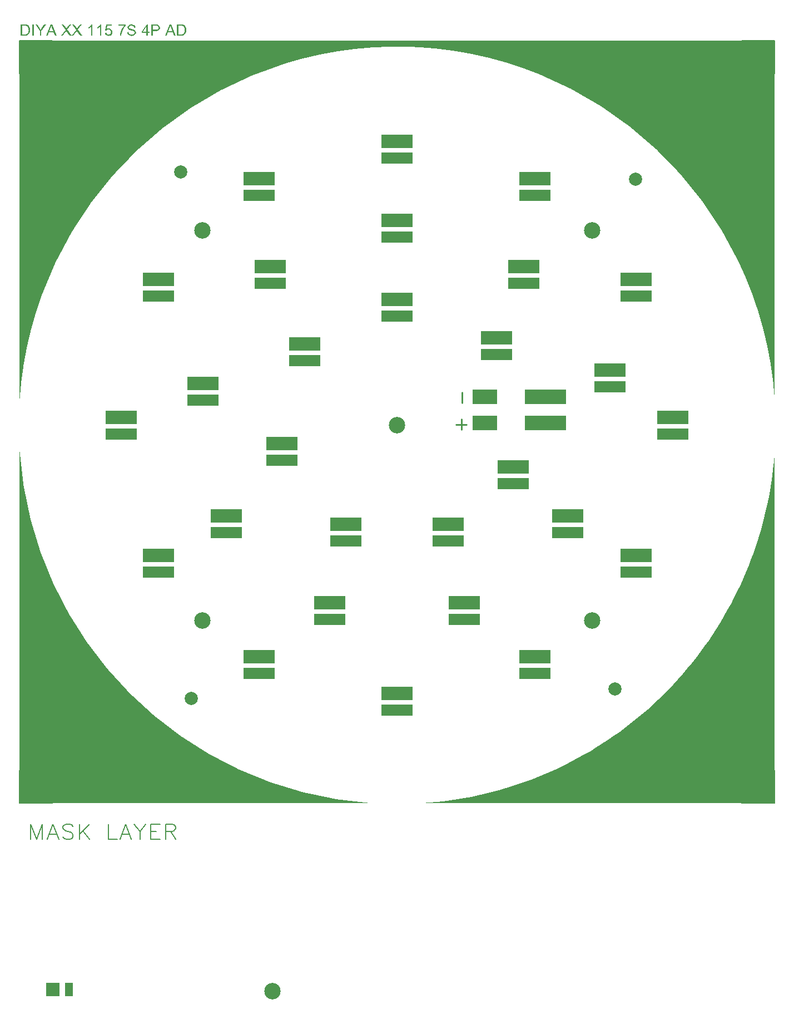
<source format=gbr>
G04 CAM350 V10.2.0 (Build 386) Date:  Sat Feb 01 15:25:49 2025 *
G04 Database: c:\users\comp1\desktop\ajinkya_\gerber data\round 115\round_pcb1.cam *
G04 Layer 36: mask *
%FSLAX24Y24*%
%MOIN*%
%SFA1.000B1.000*%

%MIA0B0*%
%IPPOS*%
%ADD15C,0.00790*%
%ADD24C,0.09843*%
%ADD27C,0.00984*%
%ADD31C,0.07874*%
%ADD403R,0.04724X0.08465*%
%ADD404R,0.08346X0.08465*%
%ADD417R,0.18701X0.06890*%
%ADD418R,0.18701X0.08071*%
%ADD422R,0.24606X0.08858*%
%ADD423R,0.14764X0.08858*%
%ADD433C,0.05512*%
%LNmask*%
%LPD*%
G36*
X-21862Y23338D02*
G01Y24020D01*
X-21772*
Y23338*
X-21862*
G37*
G36*
X-17986Y23771D02*
G01Y23851D01*
X-17959Y23866*
X-17929Y23886*
X-17899Y23908*
X-17870Y23933*
X-17843Y23957*
X-17820Y23981*
X-17801Y24004*
X-17789Y24022*
X-17735*
Y23338*
X-17819*
Y23871*
X-17853Y23845*
X-17900Y23815*
X-17948Y23788*
X-17986Y23771*
G37*
G36*
X-18516D02*
G01Y23851D01*
X-18488Y23866*
X-18458Y23886*
X-18428Y23908*
X-18399Y23933*
X-18372Y23957*
X-18349Y23981*
X-18331Y24004*
X-18319Y24022*
X-18265*
Y23338*
X-18348*
Y23871*
X-18382Y23845*
X-18429Y23815*
X-18477Y23788*
X-18516Y23771*
G37*
G36*
X-16722Y23930D02*
G01Y24011D01*
X-16281*
Y23946*
X-16308Y23912*
X-16339Y23868*
X-16373Y23814*
X-16406Y23755*
X-16439Y23693*
X-16468Y23633*
X-16492Y23576*
X-16509Y23526*
X-16520Y23482*
X-16529Y23436*
X-16536Y23388*
X-16541Y23338*
X-16627*
X-16625Y23362*
X-16621Y23391*
X-16604Y23464*
X-16578Y23549*
X-16545Y23641*
X-16506Y23731*
X-16465Y23813*
X-16424Y23882*
X-16406Y23909*
X-16389Y23930*
X-16722*
G37*
G36*
X-17521Y23517D02*
G01X-17433Y23524D01*
X-17427Y23500*
X-17416Y23477*
X-17401Y23455*
X-17383Y23436*
X-17364Y23419*
X-17343Y23407*
X-17322Y23398*
X-17302Y23396*
X-17279Y23399*
X-17255Y23411*
X-17231Y23428*
X-17208Y23450*
X-17188Y23476*
X-17173Y23504*
X-17162Y23533*
X-17158Y23562*
X-17162Y23589*
X-17172Y23616*
X-17188Y23642*
X-17207Y23666*
X-17229Y23686*
X-17254Y23702*
X-17279Y23712*
X-17304Y23716*
X-17320Y23714*
X-17338Y23710*
X-17374Y23694*
X-17406Y23673*
X-17419Y23661*
X-17428Y23650*
X-17506Y23660*
X-17440Y24010*
X-17102*
Y23930*
X-17374*
X-17410Y23747*
X-17379Y23766*
X-17363Y23773*
X-17347Y23779*
X-17331Y23784*
X-17315Y23787*
X-17298Y23789*
X-17282Y23790*
X-17265Y23789*
X-17247Y23784*
X-17229Y23778*
X-17211Y23769*
X-17176Y23746*
X-17142Y23716*
X-17113Y23682*
X-17090Y23645*
X-17082Y23626*
X-17075Y23607*
X-17071Y23588*
X-17070Y23569*
X-17071Y23546*
X-17073Y23525*
X-17077Y23503*
X-17083Y23483*
X-17091Y23463*
X-17100Y23445*
X-17111Y23427*
X-17124Y23410*
X-17141Y23390*
X-17159Y23373*
X-17180Y23359*
X-17201Y23348*
X-17224Y23338*
X-17249Y23332*
X-17275Y23328*
X-17302Y23327*
X-17320Y23328*
X-17338Y23332*
X-17375Y23344*
X-17410Y23364*
X-17444Y23390*
X-17473Y23419*
X-17497Y23451*
X-17513Y23484*
X-17519Y23501*
X-17521Y23517*
G37*
G36*
X-15327Y23501D02*
G01Y23578D01*
X-15016Y24020*
X-14948*
Y23578*
X-14856*
Y23501*
X-14948*
Y23338*
X-15031*
Y23501*
X-15327*
G37*
G36*
X-14736Y23338D02*
G01Y24020D01*
X-14480*
X-14420Y24018*
X-14396Y24016*
X-14376Y24013*
X-14350Y24005*
X-14322Y23990*
X-14295Y23969*
X-14269Y23943*
X-14248Y23913*
X-14231Y23881*
X-14220Y23850*
X-14217Y23822*
X-14218Y23806*
X-14222Y23789*
X-14228Y23771*
X-14236Y23753*
X-14259Y23719*
X-14274Y23702*
X-14290Y23686*
X-14308Y23671*
X-14328Y23658*
X-14349Y23646*
X-14371Y23635*
X-14395Y23627*
X-14419Y23621*
X-14445Y23617*
X-14472Y23615*
X-14646*
Y23338*
X-14736*
G37*
G36*
X-16195Y23557D02*
G01X-16110Y23565D01*
X-16104Y23538*
X-16090Y23510*
X-16069Y23483*
X-16042Y23459*
X-16010Y23438*
X-15975Y23422*
X-15941Y23411*
X-15909Y23408*
X-15881Y23410*
X-15851Y23418*
X-15822Y23431*
X-15794Y23447*
X-15772Y23466*
X-15754Y23486*
X-15744Y23506*
X-15740Y23523*
X-15742Y23536*
X-15747Y23550*
X-15754Y23563*
X-15764Y23577*
X-15776Y23590*
X-15789Y23602*
X-15804Y23612*
X-15820Y23620*
X-15866Y23633*
X-15943Y23654*
X-16021Y23676*
X-16052Y23687*
X-16073Y23695*
X-16091Y23707*
X-16108Y23723*
X-16125Y23741*
X-16139Y23761*
X-16152Y23783*
X-16161Y23804*
X-16167Y23824*
X-16169Y23843*
X-16168Y23857*
X-16164Y23872*
X-16157Y23888*
X-16148Y23904*
X-16137Y23921*
X-16123Y23937*
X-16090Y23968*
X-16051Y23994*
X-16009Y24014*
X-15967Y24027*
X-15948Y24030*
X-15929Y24031*
X-15910Y24030*
X-15889Y24026*
X-15867Y24021*
X-15844Y24013*
X-15800Y23992*
X-15779Y23979*
X-15759Y23964*
X-15741Y23948*
X-15725Y23931*
X-15710Y23914*
X-15698Y23896*
X-15688Y23878*
X-15680Y23860*
X-15676Y23843*
X-15674Y23828*
X-15760Y23821*
X-15766Y23845*
X-15778Y23869*
X-15795Y23891*
X-15816Y23911*
X-15841Y23927*
X-15868Y23940*
X-15896Y23949*
X-15926Y23952*
X-15956Y23949*
X-15985Y23942*
X-16011Y23930*
X-16035Y23916*
X-16055Y23900*
X-16069Y23883*
X-16079Y23866*
X-16082Y23850*
X-16081Y23832*
X-16076Y23816*
X-16068Y23802*
X-16056Y23789*
X-16038Y23779*
X-16006Y23767*
X-15918Y23741*
X-15828Y23716*
X-15769Y23697*
X-15747Y23684*
X-15726Y23667*
X-15707Y23647*
X-15689Y23624*
X-15674Y23600*
X-15663Y23576*
X-15656Y23552*
X-15653Y23531*
X-15655Y23516*
X-15659Y23500*
X-15666Y23483*
X-15676Y23466*
X-15688Y23448*
X-15702Y23430*
X-15737Y23397*
X-15778Y23368*
X-15822Y23346*
X-15844Y23338*
X-15865Y23332*
X-15886Y23328*
X-15905Y23327*
X-15929Y23328*
X-15954Y23332*
X-15979Y23338*
X-16005Y23347*
X-16030Y23357*
X-16055Y23370*
X-16078Y23385*
X-16100Y23402*
X-16121Y23420*
X-16139Y23439*
X-16155Y23459*
X-16169Y23479*
X-16180Y23500*
X-16188Y23520*
X-16193Y23539*
X-16195Y23557*
G37*
G36*
X-13203Y23338D02*
G01Y24020D01*
X-12968*
X-12931Y24019*
X-12898Y24017*
X-12870Y24014*
X-12847Y24010*
X-12819Y24002*
X-12793Y23991*
X-12769Y23977*
X-12747Y23961*
X-12727Y23940*
X-12708Y23911*
X-12690Y23877*
X-12673Y23839*
X-12660Y23799*
X-12649Y23758*
X-12642Y23719*
X-12640Y23683*
X-12642Y23651*
X-12648Y23617*
X-12657Y23582*
X-12669Y23548*
X-12685Y23514*
X-12702Y23483*
X-12722Y23455*
X-12744Y23430*
X-12768Y23407*
X-12794Y23389*
X-12821Y23373*
X-12848Y23360*
X-12877Y23350*
X-12905Y23344*
X-12932Y23339*
X-12957Y23338*
X-13203*
G37*
G36*
X-22564D02*
G01Y24020D01*
X-22330*
X-22293Y24019*
X-22260Y24017*
X-22232Y24014*
X-22209Y24010*
X-22181Y24002*
X-22154Y23991*
X-22131Y23977*
X-22109Y23961*
X-22089Y23940*
X-22069Y23911*
X-22051Y23877*
X-22035Y23839*
X-22021Y23799*
X-22011Y23758*
X-22004Y23719*
X-22001Y23683*
X-22004Y23651*
X-22009Y23617*
X-22019Y23582*
X-22031Y23548*
X-22046Y23514*
X-22064Y23483*
X-22084Y23455*
X-22105Y23430*
X-22130Y23407*
X-22155Y23389*
X-22182Y23373*
X-22210Y23360*
X-22239Y23350*
X-22267Y23344*
X-22294Y23339*
X-22319Y23338*
X-22564*
G37*
G36*
X-21684Y24020D02*
G01X-21574D01*
X-21440Y23814*
X-21404Y23757*
X-21370Y23699*
X-21337Y23756*
X-21296Y23819*
X-21164Y24020*
X-21059*
X-21331Y23627*
Y23338*
X-21421*
Y23627*
X-21684Y24020*
G37*
G36*
X-19514Y23338D02*
G01X-19251Y23693D01*
X-19483Y24020*
X-19375*
X-19252Y23845*
X-19219Y23797*
X-19197Y23761*
X-19172Y23799*
X-19143Y23839*
X-19006Y24020*
X-18908*
X-19147Y23699*
X-18890Y23338*
X-19001*
X-19173Y23581*
X-19202Y23627*
X-19235Y23576*
X-19406Y23338*
X-19514*
G37*
G36*
X-20149D02*
G01X-19885Y23693D01*
X-20117Y24020*
X-20010*
X-19887Y23845*
X-19854Y23797*
X-19832Y23761*
X-19807Y23799*
X-19778Y23839*
X-19641Y24020*
X-19543*
X-19782Y23699*
X-19524Y23338*
X-19636*
X-19807Y23581*
X-19837Y23627*
X-19869Y23576*
X-20040Y23338*
X-20149*
G37*
G36*
X-13912D02*
G01X-13651Y24020D01*
X-13554*
X-13275Y23338*
X-13378*
X-13457Y23545*
X-13742*
X-13817Y23338*
X-13912*
G37*
G36*
X-21053D02*
G01X-20792Y24020D01*
X-20694*
X-20416Y23338*
X-20518*
X-20598Y23545*
X-20883*
X-20957Y23338*
X-21053*
G37*
G36*
X1494Y-22638D02*
G01X1918Y-22606D01*
X2342Y-22566*
X2766Y-22518*
X3188Y-22462*
X3609Y-22398*
X4029Y-22326*
X4448Y-22247*
X4865Y-22159*
X5280Y-22064*
X5693Y-21961*
X6105Y-21850*
X6514Y-21732*
X6921Y-21606*
X7325Y-21472*
X7727Y-21331*
X8126Y-21182*
X8523Y-21025*
X8916Y-20862*
X9306Y-20691*
X9693Y-20512*
X10076Y-20326*
X10456Y-20134*
X10833Y-19934*
X11205Y-19727*
X11573Y-19513*
X11938Y-19292*
X12298Y-19065*
X12654Y-18830*
X13005Y-18589*
X13352Y-18342*
X13694Y-18088*
X14031Y-17828*
X14363Y-17561*
X14691Y-17288*
X15013Y-17009*
X15329Y-16725*
X15641Y-16434*
X15947Y-16137*
X16247Y-15835*
X16541Y-15527*
X16830Y-15214*
X17113Y-14895*
X17389Y-14571*
X17660Y-14242*
X17924Y-13908*
X18182Y-13569*
X18434Y-13225*
X18679Y-12877*
X18917Y-12524*
X19149Y-12166*
X19374Y-11804*
X19592Y-11439*
X19804Y-11069*
X20008Y-10695*
X20205Y-10317*
X20395Y-9936*
X20578Y-9551*
X20754Y-9163*
X20923Y-8772*
X21084Y-8377*
X21237Y-7980*
X21383Y-7580*
X21522Y-7177*
X21653Y-6772*
X21776Y-6364*
X21892Y-5954*
X22000Y-5542*
X22100Y-5128*
X22192Y-4712*
X22277Y-4294*
X22354Y-3875*
X22422Y-3455*
X22483Y-3033*
X22536Y-2610*
X22581Y-2187*
X22618Y-1762*
X22638Y-1494*
Y-22638*
X1494*
G37*
G36*
X-22638D02*
G01Y-1494D01*
G75*
G03X-1494Y-22638I22638J1494*
G01X-22638*
G37*
G36*
Y1494D02*
G01Y23031D01*
X22638*
Y1494*
G03X60Y22687I-22638J-1494*
G01X-366Y22684*
G03X-22638Y1494I366J-22684*
G37*
%LPC*%
G36*
X-15031Y23578D02*
G01Y23885D01*
X-15245Y23578*
X-15031*
G37*
G36*
X-14470Y23696D02*
G01X-14438Y23699D01*
X-14408Y23707*
X-14381Y23719*
X-14357Y23736*
X-14337Y23754*
X-14322Y23775*
X-14313Y23797*
X-14310Y23820*
X-14312Y23836*
X-14317Y23854*
X-14325Y23872*
X-14336Y23889*
X-14348Y23904*
X-14361Y23917*
X-14375Y23927*
X-14388Y23933*
X-14402Y23936*
X-14420Y23938*
X-14472Y23939*
X-14646*
Y23696*
X-14470*
G37*
G36*
X-12967Y23419D02*
G01X-12942Y23420D01*
X-12916Y23423*
X-12867Y23434*
X-12827Y23449*
X-12812Y23458*
X-12800Y23467*
X-12788Y23482*
X-12776Y23503*
X-12765Y23529*
X-12755Y23558*
X-12746Y23590*
X-12739Y23622*
X-12734Y23654*
X-12733Y23684*
X-12736Y23724*
X-12745Y23764*
X-12758Y23802*
X-12774Y23837*
X-12793Y23868*
X-12813Y23894*
X-12834Y23914*
X-12853Y23925*
X-12874Y23931*
X-12900Y23936*
X-12932Y23938*
X-12970Y23939*
X-13113*
Y23419*
X-12967*
G37*
G36*
X-22329D02*
G01X-22303Y23420D01*
X-22278Y23423*
X-22229Y23434*
X-22188Y23449*
X-22173Y23458*
X-22162Y23467*
X-22150Y23482*
X-22138Y23503*
X-22127Y23529*
X-22116Y23558*
X-22107Y23590*
X-22100Y23622*
X-22096Y23654*
X-22094Y23684*
X-22098Y23724*
X-22106Y23764*
X-22119Y23802*
X-22136Y23837*
X-22155Y23868*
X-22175Y23894*
X-22195Y23914*
X-22215Y23925*
X-22236Y23931*
X-22262Y23936*
X-22294Y23938*
X-22331Y23939*
X-22474*
Y23419*
X-22329*
G37*
G36*
X-13485Y23618D02*
G01X-13556Y23807D01*
X-13584Y23885*
X-13604Y23948*
X-13612Y23915*
X-13620Y23883*
X-13630Y23850*
X-13641Y23818*
X-13716Y23618*
X-13485*
G37*
G36*
X-20626D02*
G01X-20697Y23807D01*
X-20725Y23885*
X-20745Y23948*
X-20752Y23915*
X-20761Y23883*
X-20771Y23850*
X-20782Y23818*
X-20857Y23618*
X-20626*
G37*
%LPD*%
G54D24*
X0Y0D03*
G54D422*
X8881Y129D03*
G54D423*
X5243D03*
G54D422*
X8881Y1704D03*
G54D423*
X5243D03*
G54D24*
X-11692Y-11692D03*
Y11692D03*
X11692D03*
Y-11692D03*
X-18651Y19015D03*
X19169Y19612D03*
Y-18359D03*
X-17929Y-19930D03*
G54D31*
X-12982Y15164D03*
X14300Y14756D03*
X13043Y-15794D03*
X-12354Y-16344D03*
G54D403*
X-19680Y-33792D03*
G54D404*
X-20649D03*
G54D24*
X-7473Y-33903D03*
G54D417*
X-6912Y-2102D03*
G54D418*
Y-1102D03*
G54D417*
X-5543Y3892D03*
G54D418*
Y4892D03*
G54D417*
X5Y6559D03*
G54D418*
Y7559D03*
G54D417*
X5941Y4246D03*
G54D418*
Y5246D03*
G54D417*
X6939Y-3478D03*
G54D418*
Y-2478D03*
G54D417*
X3068Y-6914D03*
G54D418*
Y-5914D03*
G54D417*
X-3080Y-6911D03*
G54D418*
Y-5911D03*
G54D417*
X-7595Y8521D03*
G54D418*
Y9521D03*
G54D417*
X-3Y11284D03*
G54D418*
Y12284D03*
G54D417*
X7589Y8521D03*
G54D418*
Y9521D03*
G54D417*
X12766Y2315D03*
G54D418*
Y3315D03*
G54D417*
X10226Y-6433D03*
G54D418*
Y-5433D03*
G54D417*
X4037Y-11626D03*
G54D418*
Y-10626D03*
G54D417*
X-4042Y-11626D03*
G54D418*
Y-10626D03*
G54D417*
X-10231Y-6433D03*
G54D418*
Y-5433D03*
G54D417*
X-11634Y1524D03*
G54D418*
Y2524D03*
G54D417*
X-8270Y13793D03*
G54D418*
Y14793D03*
G54D417*
X-3Y16008D03*
G54D418*
Y17008D03*
G54D417*
X8265Y13793D03*
G54D418*
Y14793D03*
G54D417*
X14317Y7741D03*
G54D418*
Y8741D03*
G54D417*
X16533Y-527D03*
G54D418*
Y473D03*
G54D417*
X14317Y-8795D03*
G54D418*
Y-7795D03*
G54D417*
X8265Y-14847D03*
G54D418*
Y-13847D03*
G54D417*
X-3Y-17063D03*
G54D418*
Y-16063D03*
G54D417*
X-8270Y-14847D03*
G54D418*
Y-13847D03*
G54D417*
X-14323Y-8795D03*
G54D418*
Y-7795D03*
G54D417*
X-16538Y-527D03*
G54D418*
Y473D03*
X-14323Y8741D03*
G54D417*
Y7741D03*
G54D433*
X-14772Y8739D03*
X-13899Y8750D03*
X-14743Y7742D03*
X-13881Y7712D03*
X-14772Y8739D03*
X-13899Y8750D03*
X-14743Y7742D03*
X-13881Y7712D03*
X-8066Y9535D03*
X-7193Y9547D03*
X-8036Y8538D03*
X-7175Y8509D03*
X-8750Y14798D03*
X-7877Y14810D03*
X-8720Y13802D03*
X-7859Y13772D03*
X-434Y16984D03*
X439Y16996D03*
X-404Y15987D03*
X457Y15957D03*
X-469Y12311D03*
X404Y12322D03*
X-439Y11314D03*
X422Y11284D03*
X7776Y14800D03*
X8649Y14811D03*
X7806Y13803D03*
X8667Y13773D03*
X7104Y9566D03*
X7977Y9578D03*
X7133Y8569D03*
X7994Y8540D03*
X13863Y8764D03*
X14736Y8776D03*
X13893Y7767D03*
X14754Y7737D03*
X12270Y3345D03*
X13143Y3357D03*
X12300Y2348D03*
X13161Y2319D03*
X5441Y5256D03*
X6314Y5268D03*
X5470Y4259D03*
X6331Y4230D03*
X6408Y-2511D03*
X7281Y-2500D03*
X6438Y-3508D03*
X7299Y-3538D03*
X16104Y461D03*
X16977Y473D03*
X16134Y-536D03*
X16995Y-565D03*
X13852Y-7800D03*
X14724Y-7788D03*
X13881Y-8796D03*
X14742Y-8826D03*
X9770Y-5428D03*
X10643Y-5417D03*
X9800Y-6425D03*
X10661Y-6455D03*
X2610Y-5888D03*
X3483Y-5876D03*
X2639Y-6885D03*
X3500Y-6915D03*
X-3536Y-5935D03*
X-2663Y-5924D03*
X-3506Y-6932D03*
X-2645Y-6962D03*
X-7363Y-1135D03*
X-6491Y-1123D03*
X-7334Y-2131D03*
X-6473Y-2161D03*
X-433Y7565D03*
X440Y7577D03*
X-404Y6568D03*
X457Y6539D03*
X-6083Y4899D03*
X-5211Y4911D03*
X-6054Y3902D03*
X-5193Y3872D03*
X-12170Y2516D03*
X-11297Y2528D03*
X-12141Y1519D03*
X-11280Y1490D03*
G54D15*
X20669Y23031D02*
G01X22638D01*
Y21063*
X20669Y-22638D02*
G01X22638D01*
Y-20669*
X-22638D02*
G01Y-22638D01*
X-20670*
G01X-21962Y-23885D02*
Y-24789D01*
Y-23885D02*
X-21618Y-24789D01*
X-21273Y-23885D02*
X-21618Y-24789D01*
X-21273Y-23885D02*
Y-24789D01*
X-20634Y-23885D02*
X-20979Y-24789D01*
X-20634Y-23885D02*
X-20290Y-24789D01*
X-20850Y-24488D02*
X-20419D01*
X-19436Y-24014D02*
X-19522Y-23928D01*
X-19651Y-23885D01*
X-19824D01*
X-19953Y-23928D01*
X-20039Y-24014D01*
Y-24100D01*
X-19996Y-24187D01*
X-19953Y-24230D01*
X-19867Y-24273D01*
X-19608Y-24359D01*
X-19522Y-24402D01*
X-19479Y-24445D01*
X-19436Y-24531D01*
Y-24660D01*
X-19522Y-24746D01*
X-19651Y-24789D01*
X-19824D01*
X-19953Y-24746D01*
X-20039Y-24660D01*
X-19056Y-23885D02*
Y-24789D01*
X-18453Y-23885D02*
X-19056Y-24488D01*
X-18841Y-24273D02*
X-18453Y-24789D01*
X-17305Y-23885D02*
Y-24789D01*
Y-24789D02*
X-16789D01*
X-16279Y-23885D02*
X-16624Y-24789D01*
X-16279Y-23885D02*
X-15935Y-24789D01*
X-16494Y-24488D02*
X-16064D01*
X-15770Y-23885D02*
X-15425Y-24316D01*
Y-24789D01*
X-15081Y-23885D02*
X-15425Y-24316D01*
X-14787Y-23885D02*
Y-24789D01*
Y-23885D02*
X-14227D01*
X-14787Y-24316D02*
X-14442D01*
X-14787Y-24789D02*
X-14227D01*
X-13890Y-23885D02*
Y-24789D01*
Y-23885D02*
X-13502D01*
X-13373Y-23928D01*
X-13330Y-23971D01*
X-13287Y-24057D01*
Y-24143D01*
X-13330Y-24230D01*
X-13373Y-24273D01*
X-13502Y-24316D01*
X-13890D01*
X-13588D02*
X-13287Y-24789D01*
X-20669Y23031D02*
G01X-22638D01*
Y21063*
G54D27*
X3893Y1352D02*
G01Y1976D01*
X4143Y49D02*
G01X3519D01*
X3840Y-258D02*
G01Y367D01*
M02*

</source>
